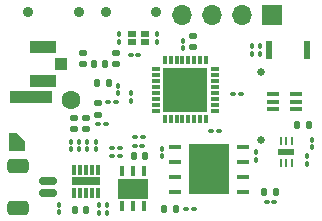
<source format=gbr>
%TF.GenerationSoftware,KiCad,Pcbnew,9.0.0*%
%TF.CreationDate,2025-06-12T14:50:32+02:00*%
%TF.ProjectId,hardware v4 pro max,68617264-7761-4726-9520-76342070726f,rev?*%
%TF.SameCoordinates,Original*%
%TF.FileFunction,Soldermask,Top*%
%TF.FilePolarity,Negative*%
%FSLAX46Y46*%
G04 Gerber Fmt 4.6, Leading zero omitted, Abs format (unit mm)*
G04 Created by KiCad (PCBNEW 9.0.0) date 2025-06-12 14:50:32*
%MOMM*%
%LPD*%
G01*
G04 APERTURE LIST*
G04 Aperture macros list*
%AMRoundRect*
0 Rectangle with rounded corners*
0 $1 Rounding radius*
0 $2 $3 $4 $5 $6 $7 $8 $9 X,Y pos of 4 corners*
0 Add a 4 corners polygon primitive as box body*
4,1,4,$2,$3,$4,$5,$6,$7,$8,$9,$2,$3,0*
0 Add four circle primitives for the rounded corners*
1,1,$1+$1,$2,$3*
1,1,$1+$1,$4,$5*
1,1,$1+$1,$6,$7*
1,1,$1+$1,$8,$9*
0 Add four rect primitives between the rounded corners*
20,1,$1+$1,$2,$3,$4,$5,0*
20,1,$1+$1,$4,$5,$6,$7,0*
20,1,$1+$1,$6,$7,$8,$9,0*
20,1,$1+$1,$8,$9,$2,$3,0*%
%AMOutline5P*
0 Free polygon, 5 corners , with rotation*
0 The origin of the aperture is its center*
0 number of corners: always 5*
0 $1 to $10 corner X, Y*
0 $11 Rotation angle, in degrees counterclockwise*
0 create outline with 5 corners*
4,1,5,$1,$2,$3,$4,$5,$6,$7,$8,$9,$10,$1,$2,$11*%
%AMOutline6P*
0 Free polygon, 6 corners , with rotation*
0 The origin of the aperture is its center*
0 number of corners: always 6*
0 $1 to $12 corner X, Y*
0 $13 Rotation angle, in degrees counterclockwise*
0 create outline with 6 corners*
4,1,6,$1,$2,$3,$4,$5,$6,$7,$8,$9,$10,$11,$12,$1,$2,$13*%
%AMOutline7P*
0 Free polygon, 7 corners , with rotation*
0 The origin of the aperture is its center*
0 number of corners: always 7*
0 $1 to $14 corner X, Y*
0 $15 Rotation angle, in degrees counterclockwise*
0 create outline with 7 corners*
4,1,7,$1,$2,$3,$4,$5,$6,$7,$8,$9,$10,$11,$12,$13,$14,$1,$2,$15*%
%AMOutline8P*
0 Free polygon, 8 corners , with rotation*
0 The origin of the aperture is its center*
0 number of corners: always 8*
0 $1 to $16 corner X, Y*
0 $17 Rotation angle, in degrees counterclockwise*
0 create outline with 8 corners*
4,1,8,$1,$2,$3,$4,$5,$6,$7,$8,$9,$10,$11,$12,$13,$14,$15,$16,$1,$2,$17*%
G04 Aperture macros list end*
%ADD10RoundRect,0.100000X-0.130000X-0.100000X0.130000X-0.100000X0.130000X0.100000X-0.130000X0.100000X0*%
%ADD11RoundRect,0.100000X0.130000X0.100000X-0.130000X0.100000X-0.130000X-0.100000X0.130000X-0.100000X0*%
%ADD12RoundRect,0.140000X0.140000X0.170000X-0.140000X0.170000X-0.140000X-0.170000X0.140000X-0.170000X0*%
%ADD13R,0.300000X0.850000*%
%ADD14R,2.440000X0.690000*%
%ADD15RoundRect,0.100000X0.100000X-0.130000X0.100000X0.130000X-0.100000X0.130000X-0.100000X-0.130000X0*%
%ADD16RoundRect,0.100000X-0.100000X0.130000X-0.100000X-0.130000X0.100000X-0.130000X0.100000X0.130000X0*%
%ADD17R,1.700000X1.700000*%
%ADD18O,1.700000X1.700000*%
%ADD19RoundRect,0.140000X0.170000X-0.140000X0.170000X0.140000X-0.170000X0.140000X-0.170000X-0.140000X0*%
%ADD20R,0.250000X0.799999*%
%ADD21R,1.420000X0.610000*%
%ADD22Outline5P,-0.650000X0.750000X0.650000X0.750000X0.650000X-0.750000X0.000000X-0.750000X-0.650000X-0.100000X180.000000*%
%ADD23R,3.600000X1.100000*%
%ADD24R,2.200000X1.050000*%
%ADD25R,1.050000X1.000000*%
%ADD26R,0.550000X1.500000*%
%ADD27R,1.100000X0.400000*%
%ADD28RoundRect,0.140000X-0.140000X-0.170000X0.140000X-0.170000X0.140000X0.170000X-0.140000X0.170000X0*%
%ADD29R,1.050000X0.450000*%
%ADD30R,3.450000X4.350000*%
%ADD31RoundRect,0.147500X0.172500X-0.147500X0.172500X0.147500X-0.172500X0.147500X-0.172500X-0.147500X0*%
%ADD32RoundRect,0.147500X-0.147500X-0.172500X0.147500X-0.172500X0.147500X0.172500X-0.147500X0.172500X0*%
%ADD33R,2.500000X1.700000*%
%ADD34R,0.750000X0.550000*%
%ADD35RoundRect,0.150000X0.625000X-0.150000X0.625000X0.150000X-0.625000X0.150000X-0.625000X-0.150000X0*%
%ADD36RoundRect,0.250000X0.650000X-0.350000X0.650000X0.350000X-0.650000X0.350000X-0.650000X-0.350000X0*%
%ADD37R,0.800000X0.300000*%
%ADD38R,0.300000X0.800000*%
%ADD39R,3.750000X3.750000*%
%ADD40C,0.900000*%
%ADD41C,0.650000*%
%ADD42C,1.600000*%
G04 APERTURE END LIST*
D10*
%TO.C,R4*%
X148070000Y-108820000D03*
X148710000Y-108820000D03*
%TD*%
%TO.C,C11*%
X141280000Y-109350000D03*
X141920000Y-109350000D03*
%TD*%
D11*
%TO.C,R21*%
X137190000Y-96300000D03*
X136550000Y-96300000D03*
%TD*%
D10*
%TO.C,C21*%
X133830000Y-102200000D03*
X134470000Y-102200000D03*
%TD*%
D12*
%TO.C,C20*%
X134710000Y-98720000D03*
X133750000Y-98720000D03*
%TD*%
D13*
%TO.C,IC4*%
X133800000Y-106100000D03*
X133300000Y-106100000D03*
X132800000Y-106100000D03*
X132300000Y-106100000D03*
X131800000Y-106100000D03*
X131800000Y-108000000D03*
X132300000Y-108000000D03*
X132800000Y-108000000D03*
X133300000Y-108000000D03*
X133800000Y-108000000D03*
D14*
X132800000Y-107050000D03*
%TD*%
D15*
%TO.C,R17*%
X132900000Y-104320000D03*
X132900000Y-103680000D03*
%TD*%
D16*
%TO.C,C25*%
X136610000Y-99570000D03*
X136610000Y-100210000D03*
%TD*%
D10*
%TO.C,C22*%
X145230000Y-99650000D03*
X145870000Y-99650000D03*
%TD*%
D17*
%TO.C,J3*%
X148570000Y-92965000D03*
D18*
X146030000Y-92965000D03*
X143490000Y-92965000D03*
X140950000Y-92965000D03*
%TD*%
D19*
%TO.C,C27*%
X132500000Y-97110000D03*
X132500000Y-96150000D03*
%TD*%
D20*
%TO.C,U2*%
X150250000Y-103599998D03*
X149750001Y-103599998D03*
X149250002Y-103599998D03*
X149250002Y-105500000D03*
X149750001Y-105500000D03*
X150250000Y-105500000D03*
D21*
X149750001Y-104549999D03*
%TD*%
D11*
%TO.C,R28*%
X144020000Y-102800000D03*
X143380000Y-102800000D03*
%TD*%
D12*
%TO.C,C3*%
X148850000Y-107900000D03*
X147890000Y-107900000D03*
%TD*%
D19*
%TO.C,C17*%
X131800000Y-102630000D03*
X131800000Y-101670000D03*
%TD*%
D15*
%TO.C,R6*%
X130500000Y-109640000D03*
X130500000Y-109000000D03*
%TD*%
D16*
%TO.C,R16*%
X146800000Y-95580000D03*
X146800000Y-96220000D03*
%TD*%
D22*
%TO.C,BT1*%
X126950000Y-103730000D03*
D23*
X128100000Y-99940000D03*
%TD*%
D10*
%TO.C,R32*%
X134980000Y-104900000D03*
X135620000Y-104900000D03*
%TD*%
D24*
%TO.C,J2*%
X129137500Y-98575000D03*
X129137500Y-95625000D03*
D25*
X130662500Y-97100000D03*
%TD*%
D19*
%TO.C,C28*%
X135350000Y-97120000D03*
X135350000Y-96160000D03*
%TD*%
D10*
%TO.C,C26*%
X134680000Y-100300000D03*
X135320000Y-100300000D03*
%TD*%
D11*
%TO.C,R12*%
X137570000Y-103300000D03*
X136930000Y-103300000D03*
%TD*%
D15*
%TO.C,R26*%
X139200000Y-104920000D03*
X139200000Y-104280000D03*
%TD*%
D16*
%TO.C,C8*%
X138800000Y-94580000D03*
X138800000Y-95220000D03*
%TD*%
%TO.C,C24*%
X133650000Y-103680000D03*
X133650000Y-104320000D03*
%TD*%
D10*
%TO.C,R31*%
X134980000Y-104200000D03*
X135620000Y-104200000D03*
%TD*%
D26*
%TO.C,SW4*%
X151500000Y-95925000D03*
X148250000Y-95925000D03*
%TD*%
D16*
%TO.C,R30*%
X133900000Y-109080000D03*
X133900000Y-109720000D03*
%TD*%
D27*
%TO.C,D6*%
X148600000Y-99650000D03*
X148600000Y-100300000D03*
X148600000Y-100950000D03*
X150600000Y-100950000D03*
X150600000Y-100300000D03*
X150600000Y-99650000D03*
%TD*%
D15*
%TO.C,R13*%
X147200000Y-105200000D03*
X147200000Y-104560000D03*
%TD*%
D10*
%TO.C,R11*%
X136910000Y-104050000D03*
X137550000Y-104050000D03*
%TD*%
D16*
%TO.C,R3*%
X151500000Y-104930000D03*
X151500000Y-105570000D03*
%TD*%
D28*
%TO.C,C5*%
X136850000Y-104900000D03*
X137810000Y-104900000D03*
%TD*%
D29*
%TO.C,IC2*%
X146050000Y-107905000D03*
X146050000Y-106635000D03*
X146050000Y-105365000D03*
X146050000Y-104095000D03*
X140350000Y-104095000D03*
X140350000Y-105365000D03*
X140350000Y-106635000D03*
X140350000Y-107905000D03*
D30*
X143200000Y-106000000D03*
%TD*%
D15*
%TO.C,R25*%
X135510000Y-99565000D03*
X135510000Y-98925000D03*
%TD*%
D31*
%TO.C,L1*%
X133800000Y-101385000D03*
X133800000Y-100415000D03*
%TD*%
D32*
%TO.C,D1*%
X150680000Y-102250000D03*
X151650000Y-102250000D03*
%TD*%
D15*
%TO.C,R29*%
X134600000Y-109720000D03*
X134600000Y-109080000D03*
%TD*%
%TO.C,C15*%
X141000000Y-95770000D03*
X141000000Y-95130000D03*
%TD*%
D13*
%TO.C,IC3*%
X135800000Y-109100000D03*
X136750000Y-109100000D03*
X137700000Y-109100000D03*
X137700000Y-106200000D03*
X136750000Y-106200000D03*
X135800000Y-106200000D03*
D33*
X136750000Y-107650000D03*
%TD*%
D34*
%TO.C,Y1*%
X136650000Y-95275000D03*
X137750000Y-95275000D03*
X137750000Y-94525000D03*
X136650000Y-94525000D03*
%TD*%
D16*
%TO.C,C2*%
X135600000Y-94580000D03*
X135600000Y-95220000D03*
%TD*%
%TO.C,C13*%
X132200000Y-103680000D03*
X132200000Y-104320000D03*
%TD*%
D12*
%TO.C,C23*%
X132780000Y-109500000D03*
X131820000Y-109500000D03*
%TD*%
D32*
%TO.C,L2*%
X133430000Y-97110000D03*
X134400000Y-97110000D03*
%TD*%
D15*
%TO.C,R5*%
X151900000Y-104170000D03*
X151900000Y-103530000D03*
%TD*%
D28*
%TO.C,C4*%
X139420000Y-109400000D03*
X140380000Y-109400000D03*
%TD*%
D35*
%TO.C,U3*%
X129575000Y-108000000D03*
X129575000Y-107000000D03*
D36*
X127050000Y-109300000D03*
X127050000Y-105700000D03*
%TD*%
D37*
%TO.C,IC1*%
X138700000Y-97550000D03*
X138700000Y-98050000D03*
X138700000Y-98550000D03*
X138700000Y-99050000D03*
X138700000Y-99550000D03*
X138700000Y-100050000D03*
X138700000Y-100550000D03*
X138700000Y-101050000D03*
D38*
X139450000Y-101800000D03*
X139950000Y-101800000D03*
X140450000Y-101800000D03*
X140950000Y-101800000D03*
X141450000Y-101800000D03*
X141950000Y-101800000D03*
X142450000Y-101800000D03*
X142950000Y-101800000D03*
D37*
X143700000Y-101050000D03*
X143700000Y-100550000D03*
X143700000Y-100050000D03*
X143700000Y-99550000D03*
X143700000Y-99050000D03*
X143700000Y-98550000D03*
X143700000Y-98050000D03*
X143700000Y-97550000D03*
D38*
X142950000Y-96800000D03*
X142450000Y-96800000D03*
X141950000Y-96800000D03*
X141450000Y-96800000D03*
X140950000Y-96800000D03*
X140450000Y-96800000D03*
X139950000Y-96800000D03*
X139450000Y-96800000D03*
D39*
X141200000Y-99300000D03*
%TD*%
D16*
%TO.C,R18*%
X131500000Y-103680000D03*
X131500000Y-104320000D03*
%TD*%
%TO.C,C18*%
X147500000Y-95580000D03*
X147500000Y-96220000D03*
%TD*%
D19*
%TO.C,C16*%
X141850000Y-95680000D03*
X141850000Y-94720000D03*
%TD*%
%TO.C,C12*%
X132750000Y-102630000D03*
X132750000Y-101670000D03*
%TD*%
D40*
%TO.C,S1*%
X127910000Y-92670000D03*
X132160000Y-92670000D03*
%TD*%
D41*
%TO.C,J4*%
X147567000Y-97780000D03*
X147567000Y-103560000D03*
%TD*%
D40*
%TO.C,S2*%
X134465000Y-92685000D03*
X138715000Y-92685000D03*
%TD*%
D42*
%TO.C,PA1010D1*%
X131530000Y-100130000D03*
%TD*%
M02*

</source>
